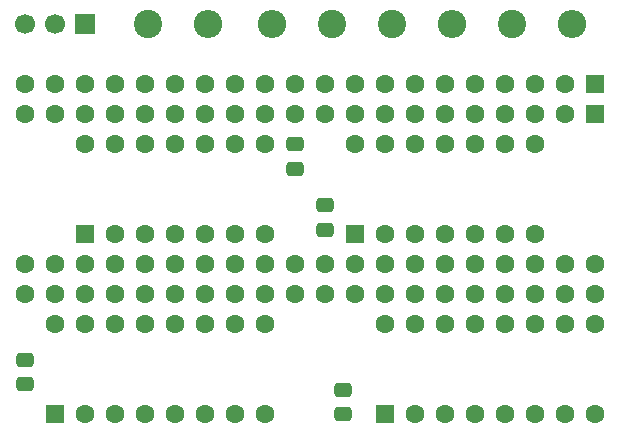
<source format=gbr>
%TF.GenerationSoftware,KiCad,Pcbnew,9.0.1*%
%TF.CreationDate,2025-04-10T22:20:43+03:00*%
%TF.ProjectId,Z80_card,5a38305f-6361-4726-942e-6b696361645f,rev?*%
%TF.SameCoordinates,Original*%
%TF.FileFunction,Soldermask,Bot*%
%TF.FilePolarity,Negative*%
%FSLAX46Y46*%
G04 Gerber Fmt 4.6, Leading zero omitted, Abs format (unit mm)*
G04 Created by KiCad (PCBNEW 9.0.1) date 2025-04-10 22:20:43*
%MOMM*%
%LPD*%
G01*
G04 APERTURE LIST*
G04 Aperture macros list*
%AMRoundRect*
0 Rectangle with rounded corners*
0 $1 Rounding radius*
0 $2 $3 $4 $5 $6 $7 $8 $9 X,Y pos of 4 corners*
0 Add a 4 corners polygon primitive as box body*
4,1,4,$2,$3,$4,$5,$6,$7,$8,$9,$2,$3,0*
0 Add four circle primitives for the rounded corners*
1,1,$1+$1,$2,$3*
1,1,$1+$1,$4,$5*
1,1,$1+$1,$6,$7*
1,1,$1+$1,$8,$9*
0 Add four rect primitives between the rounded corners*
20,1,$1+$1,$2,$3,$4,$5,0*
20,1,$1+$1,$4,$5,$6,$7,0*
20,1,$1+$1,$6,$7,$8,$9,0*
20,1,$1+$1,$8,$9,$2,$3,0*%
G04 Aperture macros list end*
%ADD10RoundRect,0.250000X0.550000X-0.550000X0.550000X0.550000X-0.550000X0.550000X-0.550000X-0.550000X0*%
%ADD11C,1.600000*%
%ADD12R,1.700000X1.700000*%
%ADD13C,1.700000*%
%ADD14C,2.400000*%
%ADD15O,2.400000X2.400000*%
%ADD16RoundRect,0.250000X-0.550000X0.550000X-0.550000X-0.550000X0.550000X-0.550000X0.550000X0.550000X0*%
%ADD17RoundRect,0.250000X-0.475000X0.337500X-0.475000X-0.337500X0.475000X-0.337500X0.475000X0.337500X0*%
%ADD18RoundRect,0.250000X0.475000X-0.337500X0.475000X0.337500X-0.475000X0.337500X-0.475000X-0.337500X0*%
G04 APERTURE END LIST*
D10*
%TO.C,D1*%
X55880000Y-58420000D03*
D11*
X58420000Y-58420000D03*
X60960000Y-58420000D03*
X63500000Y-58420000D03*
X66040000Y-58420000D03*
X68580000Y-58420000D03*
X71120000Y-58420000D03*
X71120000Y-50800000D03*
X68580000Y-50800000D03*
X66040000Y-50800000D03*
X63500000Y-50800000D03*
X60960000Y-50800000D03*
X58420000Y-50800000D03*
X55880000Y-50800000D03*
%TD*%
D10*
%TO.C,D4*%
X53340000Y-73660000D03*
D11*
X55880000Y-73660000D03*
X58420000Y-73660000D03*
X60960000Y-73660000D03*
X63500000Y-73660000D03*
X66040000Y-73660000D03*
X68580000Y-73660000D03*
X71120000Y-73660000D03*
X71120000Y-66040000D03*
X68580000Y-66040000D03*
X66040000Y-66040000D03*
X63500000Y-66040000D03*
X60960000Y-66040000D03*
X58420000Y-66040000D03*
X55880000Y-66040000D03*
X53340000Y-66040000D03*
%TD*%
D12*
%TO.C,J2*%
X55880000Y-40640000D03*
D13*
X53340000Y-40640000D03*
X50800000Y-40640000D03*
%TD*%
D10*
%TO.C,D3*%
X81280000Y-73660000D03*
D11*
X83820000Y-73660000D03*
X86360000Y-73660000D03*
X88900000Y-73660000D03*
X91440000Y-73660000D03*
X93980000Y-73660000D03*
X96520000Y-73660000D03*
X99060000Y-73660000D03*
X99060000Y-66040000D03*
X96520000Y-66040000D03*
X93980000Y-66040000D03*
X91440000Y-66040000D03*
X88900000Y-66040000D03*
X86360000Y-66040000D03*
X83820000Y-66040000D03*
X81280000Y-66040000D03*
%TD*%
D14*
%TO.C,R2*%
X92075000Y-40640000D03*
D15*
X97155000Y-40640000D03*
%TD*%
D14*
%TO.C,R1*%
X76835000Y-40640000D03*
D15*
X71755000Y-40640000D03*
%TD*%
D14*
%TO.C,R3*%
X81915000Y-40640000D03*
D15*
X86995000Y-40640000D03*
%TD*%
D16*
%TO.C,J1*%
X99060000Y-45720000D03*
D11*
X96520000Y-45720000D03*
X93980000Y-45720000D03*
X91440000Y-45720000D03*
X88900000Y-45720000D03*
X86360000Y-45720000D03*
X83820000Y-45720000D03*
X81280000Y-45720000D03*
X78740000Y-45720000D03*
X76200000Y-45720000D03*
X73660000Y-45720000D03*
X71120000Y-45720000D03*
X68580000Y-45720000D03*
X66040000Y-45720000D03*
X63500000Y-45720000D03*
X60960000Y-45720000D03*
X58420000Y-45720000D03*
X55880000Y-45720000D03*
X53340000Y-45720000D03*
X50800000Y-45720000D03*
X50800000Y-60960000D03*
X53340000Y-60960000D03*
X55880000Y-60960000D03*
X58420000Y-60960000D03*
X60960000Y-60960000D03*
X63500000Y-60960000D03*
X66040000Y-60960000D03*
X68580000Y-60960000D03*
X71120000Y-60960000D03*
X73660000Y-60960000D03*
X76200000Y-60960000D03*
X78740000Y-60960000D03*
X81280000Y-60960000D03*
X83820000Y-60960000D03*
X86360000Y-60960000D03*
X88900000Y-60960000D03*
X91440000Y-60960000D03*
X93980000Y-60960000D03*
X96520000Y-60960000D03*
X99060000Y-60960000D03*
%TD*%
D14*
%TO.C,R4*%
X61260000Y-40640000D03*
D15*
X66340000Y-40640000D03*
%TD*%
D16*
%TO.C,U1*%
X99060000Y-48260000D03*
D11*
X96520000Y-48260000D03*
X93980000Y-48260000D03*
X91440000Y-48260000D03*
X88900000Y-48260000D03*
X86360000Y-48260000D03*
X83820000Y-48260000D03*
X81280000Y-48260000D03*
X78740000Y-48260000D03*
X76200000Y-48260000D03*
X73660000Y-48260000D03*
X71120000Y-48260000D03*
X68580000Y-48260000D03*
X66040000Y-48260000D03*
X63500000Y-48260000D03*
X60960000Y-48260000D03*
X58420000Y-48260000D03*
X55880000Y-48260000D03*
X53340000Y-48260000D03*
X50800000Y-48260000D03*
X50800000Y-63500000D03*
X53340000Y-63500000D03*
X55880000Y-63500000D03*
X58420000Y-63500000D03*
X60960000Y-63500000D03*
X63500000Y-63500000D03*
X66040000Y-63500000D03*
X68580000Y-63500000D03*
X71120000Y-63500000D03*
X73660000Y-63500000D03*
X76200000Y-63500000D03*
X78740000Y-63500000D03*
X81280000Y-63500000D03*
X83820000Y-63500000D03*
X86360000Y-63500000D03*
X88900000Y-63500000D03*
X91440000Y-63500000D03*
X93980000Y-63500000D03*
X96520000Y-63500000D03*
X99060000Y-63500000D03*
%TD*%
D10*
%TO.C,D2*%
X78740000Y-58420000D03*
D11*
X81280000Y-58420000D03*
X83820000Y-58420000D03*
X86360000Y-58420000D03*
X88900000Y-58420000D03*
X91440000Y-58420000D03*
X93980000Y-58420000D03*
X93980000Y-50800000D03*
X91440000Y-50800000D03*
X88900000Y-50800000D03*
X86360000Y-50800000D03*
X83820000Y-50800000D03*
X81280000Y-50800000D03*
X78740000Y-50800000D03*
%TD*%
D17*
%TO.C,C3*%
X50800000Y-69045000D03*
X50800000Y-71120000D03*
%TD*%
D18*
%TO.C,C1*%
X73660000Y-52875000D03*
X73660000Y-50800000D03*
%TD*%
D17*
%TO.C,C4*%
X77702500Y-71585000D03*
X77702500Y-73660000D03*
%TD*%
%TO.C,C2*%
X76200000Y-55962500D03*
X76200000Y-58037500D03*
%TD*%
M02*

</source>
